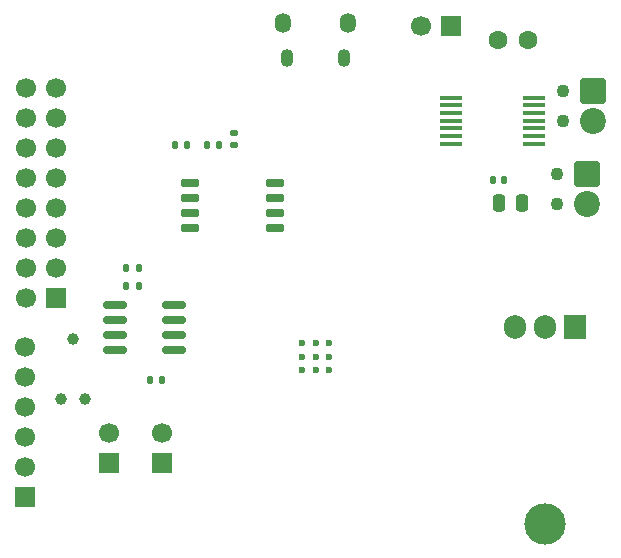
<source format=gbs>
G04 #@! TF.GenerationSoftware,KiCad,Pcbnew,9.0.5*
G04 #@! TF.CreationDate,2025-11-21T14:26:14-06:00*
G04 #@! TF.ProjectId,ece362snakegamepcb,65636533-3632-4736-9e61-6b6567616d65,REV3*
G04 #@! TF.SameCoordinates,Original*
G04 #@! TF.FileFunction,Soldermask,Bot*
G04 #@! TF.FilePolarity,Negative*
%FSLAX46Y46*%
G04 Gerber Fmt 4.6, Leading zero omitted, Abs format (unit mm)*
G04 Created by KiCad (PCBNEW 9.0.5) date 2025-11-21 14:26:14*
%MOMM*%
%LPD*%
G01*
G04 APERTURE LIST*
G04 Aperture macros list*
%AMRoundRect*
0 Rectangle with rounded corners*
0 $1 Rounding radius*
0 $2 $3 $4 $5 $6 $7 $8 $9 X,Y pos of 4 corners*
0 Add a 4 corners polygon primitive as box body*
4,1,4,$2,$3,$4,$5,$6,$7,$8,$9,$2,$3,0*
0 Add four circle primitives for the rounded corners*
1,1,$1+$1,$2,$3*
1,1,$1+$1,$4,$5*
1,1,$1+$1,$6,$7*
1,1,$1+$1,$8,$9*
0 Add four rect primitives between the rounded corners*
20,1,$1+$1,$2,$3,$4,$5,0*
20,1,$1+$1,$4,$5,$6,$7,0*
20,1,$1+$1,$6,$7,$8,$9,0*
20,1,$1+$1,$8,$9,$2,$3,0*%
G04 Aperture macros list end*
%ADD10C,0.600000*%
%ADD11O,1.350000X1.700000*%
%ADD12O,1.100000X1.500000*%
%ADD13C,3.500000*%
%ADD14R,1.905000X2.000000*%
%ADD15O,1.905000X2.000000*%
%ADD16R,1.700000X1.700000*%
%ADD17C,1.700000*%
%ADD18C,1.600000*%
%ADD19C,1.100000*%
%ADD20RoundRect,0.249999X-0.850001X0.850001X-0.850001X-0.850001X0.850001X-0.850001X0.850001X0.850001X0*%
%ADD21C,2.200000*%
%ADD22C,0.990600*%
%ADD23RoundRect,0.150000X-0.825000X-0.150000X0.825000X-0.150000X0.825000X0.150000X-0.825000X0.150000X0*%
%ADD24RoundRect,0.135000X-0.135000X-0.185000X0.135000X-0.185000X0.135000X0.185000X-0.135000X0.185000X0*%
%ADD25RoundRect,0.150000X0.650000X0.150000X-0.650000X0.150000X-0.650000X-0.150000X0.650000X-0.150000X0*%
%ADD26RoundRect,0.140000X0.140000X0.170000X-0.140000X0.170000X-0.140000X-0.170000X0.140000X-0.170000X0*%
%ADD27RoundRect,0.135000X-0.185000X0.135000X-0.185000X-0.135000X0.185000X-0.135000X0.185000X0.135000X0*%
%ADD28RoundRect,0.100000X0.850000X0.100000X-0.850000X0.100000X-0.850000X-0.100000X0.850000X-0.100000X0*%
%ADD29RoundRect,0.250000X0.250000X0.475000X-0.250000X0.475000X-0.250000X-0.475000X0.250000X-0.475000X0*%
G04 APERTURE END LIST*
D10*
X98866667Y-98866667D03*
X98866667Y-100000000D03*
X98866667Y-101133333D03*
X100000000Y-98866667D03*
X100000000Y-100000000D03*
X100000000Y-101133333D03*
X101133333Y-98866667D03*
X101133333Y-100000000D03*
X101133333Y-101133333D03*
D11*
X102730000Y-71720000D03*
D12*
X102420000Y-74720000D03*
X97580000Y-74720000D03*
D11*
X97270000Y-71720000D03*
D13*
X119460000Y-114160000D03*
D14*
X122000000Y-97500000D03*
D15*
X119460000Y-97500000D03*
X116920000Y-97500000D03*
D16*
X75385000Y-111850000D03*
D17*
X75385000Y-109310000D03*
X75385000Y-106770000D03*
X75385000Y-104230000D03*
X75385000Y-101690000D03*
X75385000Y-99150000D03*
D16*
X111500000Y-72000000D03*
D17*
X108960000Y-72000000D03*
D18*
X115452500Y-73176951D03*
X117952500Y-73176951D03*
D19*
X120960000Y-77500000D03*
X120960000Y-80040000D03*
D20*
X123500000Y-77500000D03*
D21*
X123500000Y-80040000D03*
D22*
X79500000Y-98460000D03*
X80516000Y-103540000D03*
X78484000Y-103540000D03*
D16*
X87000000Y-109000000D03*
D17*
X87000000Y-106460000D03*
D16*
X82500000Y-109000000D03*
D17*
X82500000Y-106460000D03*
D19*
X120460000Y-84500000D03*
X120460000Y-87040000D03*
D20*
X123000000Y-84500000D03*
D21*
X123000000Y-87040000D03*
D16*
X78000000Y-95000000D03*
D17*
X75460000Y-95000000D03*
X78000000Y-92460000D03*
X75460000Y-92460000D03*
X78000000Y-89920000D03*
X75460000Y-89920000D03*
X78000000Y-87380000D03*
X75460000Y-87380000D03*
X78000000Y-84840000D03*
X75460000Y-84840000D03*
X78000000Y-82300000D03*
X75460000Y-82300000D03*
X78000000Y-79760000D03*
X75460000Y-79760000D03*
X78000000Y-77220000D03*
X75460000Y-77220000D03*
D23*
X83025000Y-99405000D03*
X83025000Y-98135000D03*
X83025000Y-96865000D03*
X83025000Y-95595000D03*
X87975000Y-95595000D03*
X87975000Y-96865000D03*
X87975000Y-98135000D03*
X87975000Y-99405000D03*
D24*
X83990000Y-94000000D03*
X85010000Y-94000000D03*
D25*
X96600000Y-85295000D03*
X96600000Y-86565000D03*
X96600000Y-87835000D03*
X96600000Y-89105000D03*
X89400000Y-89105000D03*
X89400000Y-87835000D03*
X89400000Y-86565000D03*
X89400000Y-85295000D03*
D24*
X83990000Y-92500000D03*
X85010000Y-92500000D03*
D26*
X115980000Y-85000000D03*
X115020000Y-85000000D03*
D27*
X93100000Y-81080000D03*
X93100000Y-82100000D03*
D24*
X90790000Y-82100000D03*
X91810000Y-82100000D03*
D26*
X89080000Y-82100000D03*
X88120000Y-82100000D03*
D28*
X118500000Y-78050000D03*
X118500000Y-78700000D03*
X118500000Y-79350000D03*
X118500000Y-80000000D03*
X118500000Y-80650000D03*
X118500000Y-81300000D03*
X118500000Y-81950000D03*
X111500000Y-81950000D03*
X111500000Y-81300000D03*
X111500000Y-80650000D03*
X111500000Y-80000000D03*
X111500000Y-79350000D03*
X111500000Y-78700000D03*
X111500000Y-78050000D03*
D29*
X117450000Y-87000000D03*
X115550000Y-87000000D03*
D26*
X86980000Y-102000000D03*
X86020000Y-102000000D03*
M02*

</source>
